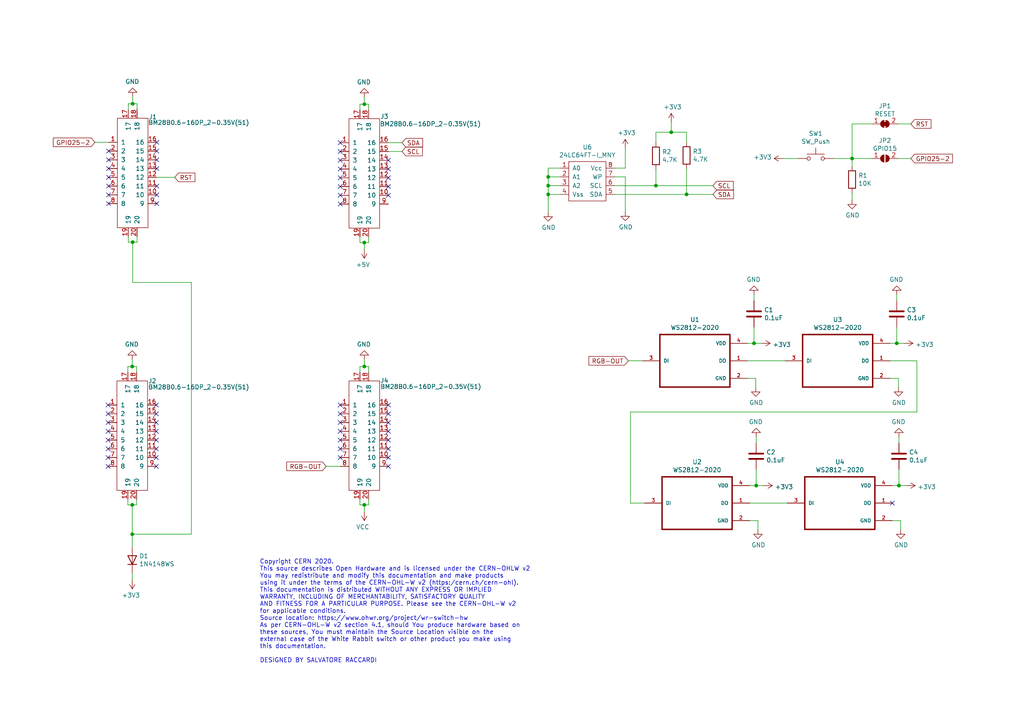
<source format=kicad_sch>
(kicad_sch (version 20211123) (generator eeschema)
  (paper "A4")
  (title_block (title "M1E BTN") (date "2021-08-22") (rev "1.0") (company "OBJEX") (comment 1 "Designer: Salvatore Raccardi") (comment 2 "Docs: docs.objex.link"))
  (lib_symbols
    (symbol "Device:C" (pin_numbers hide) (pin_names (offset 0.254))
      (property "Reference" "C" (at 0.635 2.54 0))
      (property "Value" "C" (at 0.635 -2.54 0))
      (symbol "C_0_1"
        (polyline (pts (xy -2.032 -0.762) (xy 2.032 -0.762)) (stroke (width 0.508)))
        (polyline (pts (xy -2.032 0.762) (xy 2.032 0.762)) (stroke (width 0.508)))
      )
      (symbol "C_1_1"
        (pin passive line (at 0 3.81 270) (length 2.794) (name "~") (number "1"))
        (pin passive line (at 0 -3.81 90) (length 2.794) (name "~") (number "2"))
      )
    )
    (symbol "Device:D" (pin_numbers hide) (pin_names (offset 1.016) hide)
      (property "Reference" "D" (at 0 2.54 0))
      (property "Value" "D" (at 0 -2.54 0))
      (symbol "D_0_1"
        (polyline (pts (xy -1.27 1.27) (xy -1.27 -1.27)) (stroke (width 0.254)))
        (polyline (pts (xy 1.27 0) (xy -1.27 0)))
        (polyline (pts (xy 1.27 1.27) (xy 1.27 -1.27) (xy -1.27 0) (xy 1.27 1.27)) (stroke (width 0.254)))
      )
      (symbol "D_1_1"
        (pin passive line (at -3.81 0 0) (length 2.54) (name "K") (number "1"))
        (pin passive line (at 3.81 0 180) (length 2.54) (name "A") (number "2"))
      )
    )
    (symbol "Device:R" (pin_numbers hide) (pin_names (offset 0))
      (property "Reference" "R" (at 2.032 0 90))
      (property "Value" "R" (at 0 0 90))
      (symbol "R_0_1"
        (rectangle (start -1.016 -2.54) (end 1.016 2.54) (stroke (width 0.254)))
      )
      (symbol "R_1_1"
        (pin passive line (at 0 3.81 270) (length 1.27) (name "~") (number "1"))
        (pin passive line (at 0 -3.81 90) (length 1.27) (name "~") (number "2"))
      )
    )
    (symbol "HiroseConnectors:BM28B0.6-16DP_2-0.35V(51)" (pin_names (offset 1.016))
      (property "Reference" "J" (at 0 0 0))
      (property "Value" "HiroseConnectors_BM28B0.6-16DP_2-0.35V(51)" (at 0 0 0))
      (symbol "BM28B0.6-16DP_2-0.35V(51)_0_1"
        (rectangle (start -3.81 -12.7) (end 5.08 -44.45))
      )
      (symbol "BM28B0.6-16DP_2-0.35V(51)_1_1"
        (pin bidirectional line (at -6.35 -19.685 0) (length 2.54) (name "1") (number "1"))
        (pin bidirectional line (at 7.62 -34.925 180) (length 2.54) (name "10") (number "10"))
        (pin bidirectional line (at 7.62 -32.385 180) (length 2.54) (name "11") (number "11"))
        (pin bidirectional line (at 7.62 -29.845 180) (length 2.54) (name "12") (number "12"))
        (pin bidirectional line (at 7.62 -27.305 180) (length 2.54) (name "13") (number "13"))
        (pin bidirectional line (at 7.62 -24.765 180) (length 2.54) (name "14") (number "14"))
        (pin bidirectional line (at 7.62 -22.225 180) (length 2.54) (name "15") (number "15"))
        (pin bidirectional line (at 7.62 -19.685 180) (length 2.54) (name "16") (number "16"))
        (pin bidirectional line (at -0.635 -10.16 270) (length 2.54) (name "17") (number "17"))
        (pin bidirectional line (at 1.905 -10.16 270) (length 2.54) (name "18") (number "18"))
        (pin bidirectional line (at -0.635 -46.99 90) (length 2.54) (name "19") (number "19"))
        (pin bidirectional line (at -6.35 -22.225 0) (length 2.54) (name "2") (number "2"))
        (pin bidirectional line (at 1.905 -46.99 90) (length 2.54) (name "20") (number "20"))
        (pin bidirectional line (at -6.35 -24.765 0) (length 2.54) (name "3") (number "3"))
        (pin bidirectional line (at -6.35 -27.305 0) (length 2.54) (name "4") (number "4"))
        (pin bidirectional line (at -6.35 -29.845 0) (length 2.54) (name "5") (number "5"))
        (pin bidirectional line (at -6.35 -32.385 0) (length 2.54) (name "6") (number "6"))
        (pin bidirectional line (at -6.35 -34.925 0) (length 2.54) (name "7") (number "7"))
        (pin bidirectional line (at -6.35 -37.465 0) (length 2.54) (name "8") (number "8"))
        (pin bidirectional line (at 7.62 -37.465 180) (length 2.54) (name "9") (number "9"))
      )
    )
    (symbol "Jumper:SolderJumper_2_Bridged" (pin_names (offset 0) hide)
      (property "Reference" "JP" (at 0 2.032 0))
      (property "Value" "SolderJumper_2_Bridged" (at 0 -2.54 0))
      (symbol "SolderJumper_2_Bridged_0_1"
        (rectangle (start -0.508 0.508) (end 0.508 -0.508) (fill (type outline)))
        (arc (start -0.254 1.016) (mid -1.27 0) (end -0.254 -1.016))
        (arc (start -0.254 1.016) (mid -1.27 0) (end -0.254 -1.016) (fill (type outline)))
        (polyline (pts (xy -0.254 1.016) (xy -0.254 -1.016)))
        (polyline (pts (xy 0.254 1.016) (xy 0.254 -1.016)))
        (arc (start 0.254 -1.016) (mid 1.27 0) (end 0.254 1.016))
        (arc (start 0.254 -1.016) (mid 1.27 0) (end 0.254 1.016) (fill (type outline)))
      )
      (symbol "SolderJumper_2_Bridged_1_1"
        (pin passive line (at -3.81 0 0) (length 2.54) (name "A") (number "1"))
        (pin passive line (at 3.81 0 180) (length 2.54) (name "B") (number "2"))
      )
    )
    (symbol "Jumper:SolderJumper_2_Open" (pin_names (offset 0) hide)
      (property "Reference" "JP" (at 0 2.032 0))
      (property "Value" "SolderJumper_2_Open" (at 0 -2.54 0))
      (symbol "SolderJumper_2_Open_0_1"
        (arc (start -0.254 1.016) (mid -1.27 0) (end -0.254 -1.016))
        (arc (start -0.254 1.016) (mid -1.27 0) (end -0.254 -1.016) (fill (type outline)))
        (polyline (pts (xy -0.254 1.016) (xy -0.254 -1.016)))
        (polyline (pts (xy 0.254 1.016) (xy 0.254 -1.016)))
        (arc (start 0.254 -1.016) (mid 1.27 0) (end 0.254 1.016))
        (arc (start 0.254 -1.016) (mid 1.27 0) (end 0.254 1.016) (fill (type outline)))
      )
      (symbol "SolderJumper_2_Open_1_1"
        (pin passive line (at -3.81 0 0) (length 2.54) (name "A") (number "1"))
        (pin passive line (at 3.81 0 180) (length 2.54) (name "B") (number "2"))
      )
    )
    (symbol "OBJEX_M1E-BTN-rescue:24LC64FT-I_MNY-24LC64FT" (pin_names (offset 1.016))
      (property "Reference" "U" (at 0 0 0))
      (property "Value" "24LC64FT-I_MNY-24LC64FT" (at 0 0 0))
      (symbol "24LC64FT-I_MNY-24LC64FT_0_1"
        (rectangle (start -5.08 -1.905) (end 5.715 -13.335))
      )
      (symbol "24LC64FT-I_MNY-24LC64FT_1_1"
        (pin input line (at -7.62 -3.81 0) (length 2.54) (name "A0") (number "1"))
        (pin input line (at -7.62 -6.35 0) (length 2.54) (name "A1") (number "2"))
        (pin input line (at -7.62 -8.89 0) (length 2.54) (name "A2") (number "3"))
        (pin input line (at -7.62 -11.43 0) (length 2.54) (name "Vss") (number "4"))
        (pin input line (at 8.255 -11.43 180) (length 2.54) (name "SDA") (number "5"))
        (pin input line (at 8.255 -8.89 180) (length 2.54) (name "SCL") (number "6"))
        (pin input line (at 8.255 -6.35 180) (length 2.54) (name "WP") (number "7"))
        (pin input line (at 8.255 -3.81 180) (length 2.54) (name "Vcc") (number "8"))
      )
    )
    (symbol "Switch:SW_Push" (pin_numbers hide) (pin_names (offset 1.016) hide)
      (property "Reference" "SW" (at 1.27 2.54 0))
      (property "Value" "SW_Push" (at 0 -1.524 0))
      (symbol "SW_Push_0_1"
        (circle (center -2.032 0) (radius 0.508))
        (polyline (pts (xy 0 1.27) (xy 0 3.048)))
        (polyline (pts (xy 2.54 1.27) (xy -2.54 1.27)))
        (circle (center 2.032 0) (radius 0.508))
        (pin passive line (at -5.08 0 0) (length 2.54) (name "1") (number "1"))
        (pin passive line (at 5.08 0 180) (length 2.54) (name "2") (number "2"))
      )
    )
    (symbol "WS2812-2020:WS2812-2020" (pin_names (offset 1.016))
      (property "Reference" "U" (at -10.1854 7.6454 0))
      (property "Value" "WS2812-2020_WS2812-2020" (at -10.1854 -10.1854 0))
      (symbol "WS2812-2020_0_0"
        (polyline (pts (xy -10.16 -7.62) (xy -10.16 -5.08)) (stroke (width 0.4064)))
        (polyline (pts (xy -10.16 -5.08) (xy -10.16 7.62)) (stroke (width 0.4064)))
        (polyline (pts (xy -10.16 7.62) (xy 10.16 7.62)) (stroke (width 0.4064)))
        (polyline (pts (xy 10.16 -7.62) (xy -10.16 -7.62)) (stroke (width 0.4064)))
        (polyline (pts (xy 10.16 7.62) (xy 10.16 -7.62)) (stroke (width 0.4064)))
        (pin output line (at 15.24 0 180) (length 5.08) (name "DO") (number "1"))
        (pin power_in line (at 15.24 -5.08 180) (length 5.08) (name "GND") (number "2"))
        (pin input line (at -15.24 0 0) (length 5.08) (name "DI") (number "3"))
        (pin power_in line (at 15.24 5.08 180) (length 5.08) (name "VDD") (number "4"))
      )
    )
    (symbol "power:+3V3" (power) (pin_names (offset 0))
      (property "Value" "+3V3" (at 0 3.556 0))
      (symbol "+3V3_0_1"
        (polyline (pts (xy -0.762 1.27) (xy 0 2.54)))
        (polyline (pts (xy 0 0) (xy 0 2.54)))
        (polyline (pts (xy 0 2.54) (xy 0.762 1.27)))
      )
      (symbol "+3V3_1_1"
        (pin power_in line (at 0 0 90) (length 0) hide (name "+3V3") (number "1"))
      )
    )
    (symbol "power:+5V" (power) (pin_names (offset 0))
      (property "Value" "+5V" (at 0 3.556 0))
      (symbol "+5V_0_1"
        (polyline (pts (xy -0.762 1.27) (xy 0 2.54)))
        (polyline (pts (xy 0 0) (xy 0 2.54)))
        (polyline (pts (xy 0 2.54) (xy 0.762 1.27)))
      )
      (symbol "+5V_1_1"
        (pin power_in line (at 0 0 90) (length 0) hide (name "+5V") (number "1"))
      )
    )
    (symbol "power:GND" (power) (pin_names (offset 0))
      (property "Value" "GND" (at 0 -3.81 0))
      (symbol "GND_0_1"
        (polyline (pts (xy 0 0) (xy 0 -1.27) (xy 1.27 -1.27) (xy 0 -2.54) (xy -1.27 -1.27) (xy 0 -1.27)))
      )
      (symbol "GND_1_1"
        (pin power_in line (at 0 0 270) (length 0) hide (name "GND") (number "1"))
      )
    )
    (symbol "power:VCC" (power) (pin_names (offset 0))
      (property "Value" "VCC" (at 0 3.81 0))
      (symbol "VCC_0_1"
        (polyline (pts (xy -0.762 1.27) (xy 0 2.54)))
        (polyline (pts (xy 0 0) (xy 0 2.54)))
        (polyline (pts (xy 0 2.54) (xy 0.762 1.27)))
      )
      (symbol "VCC_1_1"
        (pin power_in line (at 0 0 90) (length 0) hide (name "VCC") (number "1"))
      )
    )
  )
  (junction (at 105.664 106.299))
  (junction (at 219.329 140.843))
  (junction (at 38.354 146.431))
  (junction (at 105.664 70.358))
  (junction (at 194.691 38.354))
  (junction (at 260.731 140.843))
  (junction (at 218.694 99.568))
  (junction (at 190.246 53.848))
  (junction (at 38.481 70.231))
  (junction (at 105.664 146.431))
  (junction (at 38.354 106.299))
  (junction (at 38.481 30.099))
  (junction (at 159.004 51.308))
  (junction (at 105.664 30.226))
  (junction (at 260.096 99.568))
  (junction (at 247.142 45.974))
  (junction (at 159.004 56.388))
  (junction (at 159.004 53.848))
  (junction (at 199.136 56.388))
  (junction (at 38.354 154.94))
  (no_connect (at 31.369 120.015))
  (no_connect (at 98.679 130.175))
  (no_connect (at 45.339 127.635))
  (no_connect (at 31.496 56.515))
  (no_connect (at 45.466 56.515))
  (no_connect (at 98.679 59.182))
  (no_connect (at 98.679 127.635))
  (no_connect (at 31.369 130.175))
  (no_connect (at 258.826 145.923))
  (no_connect (at 98.679 132.715))
  (no_connect (at 31.369 122.555))
  (no_connect (at 31.496 43.815))
  (no_connect (at 45.466 43.815))
  (no_connect (at 45.339 120.015))
  (no_connect (at 98.679 51.562))
  (no_connect (at 98.679 125.095))
  (no_connect (at 45.339 135.255))
  (no_connect (at 112.649 132.715))
  (no_connect (at 98.679 117.475))
  (no_connect (at 45.339 132.715))
  (no_connect (at 98.679 43.942))
  (no_connect (at 112.649 51.562))
  (no_connect (at 31.496 51.435))
  (no_connect (at 112.649 117.475))
  (no_connect (at 112.649 127.635))
  (no_connect (at 31.496 46.355))
  (no_connect (at 98.679 46.482))
  (no_connect (at 31.496 53.975))
  (no_connect (at 31.496 48.895))
  (no_connect (at 45.339 125.095))
  (no_connect (at 31.369 117.475))
  (no_connect (at 45.466 53.975))
  (no_connect (at 31.369 135.255))
  (no_connect (at 112.649 56.642))
  (no_connect (at 98.679 54.102))
  (no_connect (at 45.339 117.475))
  (no_connect (at 45.466 46.355))
  (no_connect (at 45.339 122.555))
  (no_connect (at 112.649 125.095))
  (no_connect (at 98.679 49.022))
  (no_connect (at 112.649 54.102))
  (no_connect (at 45.466 48.895))
  (no_connect (at 45.339 130.175))
  (no_connect (at 98.679 41.402))
  (no_connect (at 112.649 130.175))
  (no_connect (at 45.466 41.275))
  (no_connect (at 112.649 135.255))
  (no_connect (at 31.369 127.635))
  (no_connect (at 31.369 125.095))
  (no_connect (at 112.649 46.482))
  (no_connect (at 98.679 122.555))
  (no_connect (at 112.649 120.015))
  (no_connect (at 112.649 122.555))
  (no_connect (at 31.496 59.055))
  (no_connect (at 98.679 56.642))
  (no_connect (at 31.369 132.715))
  (no_connect (at 112.649 49.022))
  (no_connect (at 98.679 120.015))
  (no_connect (at 45.466 59.055))
  (wire (pts (xy 231.521 45.974) (xy 227.076 45.974)))
  (wire (pts (xy 216.789 99.568) (xy 218.694 99.568)))
  (wire (pts (xy 190.246 41.402) (xy 190.246 38.354)))
  (wire (pts (xy 178.308 51.308) (xy 181.356 51.308)))
  (wire (pts (xy 252.857 35.941) (xy 247.142 35.941)))
  (wire (pts (xy 260.096 99.568) (xy 260.096 94.869)))
  (wire (pts (xy 260.096 87.249) (xy 260.096 85.471)))
  (wire (pts (xy 194.691 38.354) (xy 199.136 38.354)))
  (wire (pts (xy 104.394 106.299) (xy 105.664 106.299)))
  (wire (pts (xy 38.354 146.431) (xy 37.084 146.431)))
  (wire (pts (xy 216.789 109.728) (xy 219.202 109.728)))
  (wire (pts (xy 190.246 53.848) (xy 206.756 53.848)))
  (wire (pts (xy 162.433 56.388) (xy 159.004 56.388)))
  (wire (pts (xy 260.731 128.524) (xy 260.731 126.746)))
  (wire (pts (xy 219.329 128.524) (xy 219.329 126.746)))
  (wire (pts (xy 104.394 31.877) (xy 104.394 30.226)))
  (wire (pts (xy 216.789 104.648) (xy 227.711 104.648)))
  (wire (pts (xy 260.731 140.843) (xy 262.89 140.843)))
  (wire (pts (xy 104.394 146.431) (xy 104.394 144.78)))
  (wire (pts (xy 162.433 48.768) (xy 159.004 48.768)))
  (wire (pts (xy 39.751 68.58) (xy 39.751 70.231)))
  (wire (pts (xy 186.944 145.923) (xy 182.88 145.923)))
  (wire (pts (xy 50.673 51.435) (xy 45.466 51.435)))
  (wire (pts (xy 106.934 68.707) (xy 106.934 70.358)))
  (wire (pts (xy 38.481 30.099) (xy 39.751 30.099)))
  (wire (pts (xy 106.934 106.299) (xy 106.934 107.95)))
  (wire (pts (xy 194.691 38.354) (xy 194.691 35.433)))
  (wire (pts (xy 37.211 30.099) (xy 38.481 30.099)))
  (wire (pts (xy 31.496 41.275) (xy 27.559 41.275)))
  (wire (pts (xy 217.424 145.923) (xy 228.346 145.923)))
  (wire (pts (xy 38.481 70.231) (xy 38.481 81.915)))
  (wire (pts (xy 39.751 70.231) (xy 38.481 70.231)))
  (wire (pts (xy 265.938 104.648) (xy 265.938 119.507)))
  (wire (pts (xy 219.202 109.728) (xy 219.202 112.395)))
  (wire (pts (xy 265.938 119.507) (xy 182.88 119.507)))
  (wire (pts (xy 38.481 81.915) (xy 55.499 81.915)))
  (wire (pts (xy 219.329 140.843) (xy 219.329 136.144)))
  (wire (pts (xy 38.354 106.299) (xy 38.354 104.267)))
  (wire (pts (xy 159.004 51.308) (xy 159.004 53.848)))
  (wire (pts (xy 247.142 45.974) (xy 247.142 48.26)))
  (wire (pts (xy 258.191 99.568) (xy 260.096 99.568)))
  (wire (pts (xy 247.142 45.974) (xy 252.857 45.974)))
  (wire (pts (xy 260.096 99.568) (xy 262.255 99.568)))
  (wire (pts (xy 186.309 104.648) (xy 182.245 104.648)))
  (wire (pts (xy 106.934 146.431) (xy 105.664 146.431)))
  (wire (pts (xy 38.481 30.099) (xy 38.481 28.067)))
  (wire (pts (xy 105.664 30.226) (xy 105.664 28.194)))
  (wire (pts (xy 55.499 154.94) (xy 38.354 154.94)))
  (wire (pts (xy 38.354 106.299) (xy 39.624 106.299)))
  (wire (pts (xy 159.004 53.848) (xy 159.004 56.388)))
  (wire (pts (xy 106.934 30.226) (xy 106.934 31.877)))
  (wire (pts (xy 258.191 109.728) (xy 260.604 109.728)))
  (wire (pts (xy 37.084 146.431) (xy 37.084 144.78)))
  (wire (pts (xy 162.433 51.308) (xy 159.004 51.308)))
  (wire (pts (xy 247.142 35.941) (xy 247.142 45.974)))
  (wire (pts (xy 247.142 55.88) (xy 247.142 58.039)))
  (wire (pts (xy 178.308 53.848) (xy 190.246 53.848)))
  (wire (pts (xy 105.664 146.431) (xy 105.664 148.463)))
  (wire (pts (xy 218.694 99.568) (xy 218.694 94.869)))
  (wire (pts (xy 105.664 146.431) (xy 104.394 146.431)))
  (wire (pts (xy 105.664 70.358) (xy 104.394 70.358)))
  (wire (pts (xy 39.624 146.431) (xy 38.354 146.431)))
  (wire (pts (xy 218.694 99.568) (xy 220.853 99.568)))
  (wire (pts (xy 106.934 144.78) (xy 106.934 146.431)))
  (wire (pts (xy 105.664 30.226) (xy 106.934 30.226)))
  (wire (pts (xy 261.239 151.003) (xy 261.239 153.67)))
  (wire (pts (xy 105.664 70.358) (xy 105.664 72.39)))
  (wire (pts (xy 260.731 140.843) (xy 260.731 136.144)))
  (wire (pts (xy 98.679 135.255) (xy 94.615 135.255)))
  (wire (pts (xy 104.394 70.358) (xy 104.394 68.707)))
  (wire (pts (xy 260.477 35.941) (xy 264.16 35.941)))
  (wire (pts (xy 105.664 106.299) (xy 106.934 106.299)))
  (wire (pts (xy 38.481 70.231) (xy 37.211 70.231)))
  (wire (pts (xy 258.826 140.843) (xy 260.731 140.843)))
  (wire (pts (xy 37.084 107.95) (xy 37.084 106.299)))
  (wire (pts (xy 159.004 56.388) (xy 159.004 61.595)))
  (wire (pts (xy 116.586 41.402) (xy 112.649 41.402)))
  (wire (pts (xy 37.211 70.231) (xy 37.211 68.58)))
  (wire (pts (xy 38.354 146.431) (xy 38.354 154.94)))
  (wire (pts (xy 218.694 87.249) (xy 218.694 85.471)))
  (wire (pts (xy 199.136 56.388) (xy 206.756 56.388)))
  (wire (pts (xy 199.136 56.388) (xy 199.136 48.895)))
  (wire (pts (xy 241.681 45.974) (xy 247.142 45.974)))
  (wire (pts (xy 199.136 38.354) (xy 199.136 41.275)))
  (wire (pts (xy 106.934 70.358) (xy 105.664 70.358)))
  (wire (pts (xy 217.424 140.843) (xy 219.329 140.843)))
  (wire (pts (xy 190.246 38.354) (xy 194.691 38.354)))
  (wire (pts (xy 38.354 166.243) (xy 38.354 168.275)))
  (wire (pts (xy 37.084 106.299) (xy 38.354 106.299)))
  (wire (pts (xy 190.246 53.848) (xy 190.246 49.022)))
  (wire (pts (xy 260.477 45.974) (xy 264.16 45.974)))
  (wire (pts (xy 219.329 140.843) (xy 221.488 140.843)))
  (wire (pts (xy 182.88 119.507) (xy 182.88 145.923)))
  (wire (pts (xy 55.499 81.915) (xy 55.499 154.94)))
  (wire (pts (xy 105.664 106.299) (xy 105.664 104.267)))
  (wire (pts (xy 258.826 151.003) (xy 261.239 151.003)))
  (wire (pts (xy 219.837 151.003) (xy 219.837 153.67)))
  (wire (pts (xy 181.356 51.308) (xy 181.356 61.468)))
  (wire (pts (xy 217.424 151.003) (xy 219.837 151.003)))
  (wire (pts (xy 260.604 109.728) (xy 260.604 112.395)))
  (wire (pts (xy 178.308 48.768) (xy 181.356 48.768)))
  (wire (pts (xy 181.356 48.768) (xy 181.356 42.926)))
  (wire (pts (xy 159.004 53.848) (xy 162.433 53.848)))
  (wire (pts (xy 104.394 30.226) (xy 105.664 30.226)))
  (wire (pts (xy 159.004 48.768) (xy 159.004 51.308)))
  (wire (pts (xy 39.751 30.099) (xy 39.751 31.75)))
  (wire (pts (xy 38.354 154.94) (xy 38.354 158.623)))
  (wire (pts (xy 37.211 31.75) (xy 37.211 30.099)))
  (wire (pts (xy 39.624 106.299) (xy 39.624 107.95)))
  (wire (pts (xy 258.191 104.648) (xy 265.938 104.648)))
  (wire (pts (xy 178.308 56.388) (xy 199.136 56.388)))
  (wire (pts (xy 116.586 43.942) (xy 112.649 43.942)))
  (wire (pts (xy 39.624 144.78) (xy 39.624 146.431)))
  (wire (pts (xy 104.394 107.95) (xy 104.394 106.299)))
  (text "Copyright CERN 2020.\nThis source describes Open Hardware and is licensed under the CERN-OHLW v2\nYou may redistribute and modify this documentation and make products\nusing it under the terms of the CERN-OHL-W v2 (https:/cern.ch/cern-ohl).\nThis documentation is distributed WITHOUT ANY EXPRESS OR IMPLIED\nWARRANTY, INCLUDING OF MERCHANTABILITY, SATISFACTORY QUALITY\nAND FITNESS FOR A PARTICULAR PURPOSE. Please see the CERN-OHL-W v2\nfor applicable conditions.\nSource location: https://www.ohwr.org/project/wr-switch-hw\nAs per CERN-OHL-W v2 section 4.1, should You produce hardware based on\nthese sources, You must maintain the Source Location visible on the\nexternal case of the White Rabbit switch or other product you make using\nthis documentation.\n\nDESIGNED BY SALVATORE RACCARDI" (at 75.311 192.405 0) (effects (font (size 1.27 1.27)) (justify left bottom)))
  (global_label "SDA" (shape input) (at 206.756 56.388 0) (property "Intersheet References" "${INTERSHEET_REFS}" (effects hide)))
  (global_label "SCL" (shape input) (at 206.756 53.848 0) (property "Intersheet References" "${INTERSHEET_REFS}" (effects hide)))
  (global_label "RST" (shape input) (at 50.673 51.435 0) (property "Intersheet References" "${INTERSHEET_REFS}" (effects hide)))
  (global_label "GPIO25-2" (shape input) (at 27.559 41.275 180) (property "Intersheet References" "${INTERSHEET_REFS}" (effects hide)))
  (global_label "RGB-OUT" (shape input) (at 94.615 135.255 180) (property "Intersheet References" "${INTERSHEET_REFS}" (effects hide)))
  (global_label "RGB-OUT" (shape input) (at 182.245 104.648 180) (property "Intersheet References" "${INTERSHEET_REFS}" (effects hide)))
  (global_label "SCL" (shape input) (at 116.586 43.942 0) (property "Intersheet References" "${INTERSHEET_REFS}" (effects hide)))
  (global_label "GPIO25-2" (shape input) (at 264.16 45.974 0) (property "Intersheet References" "${INTERSHEET_REFS}" (effects hide)))
  (global_label "SDA" (shape input) (at 116.586 41.402 0) (property "Intersheet References" "${INTERSHEET_REFS}" (effects hide)))
  (global_label "RST" (shape input) (at 264.16 35.941 0) (property "Intersheet References" "${INTERSHEET_REFS}" (effects hide)))
  (symbol (lib_id "HiroseConnectors:BM28B0.6-16DP_2-0.35V(51)") (at 37.846 21.59 0) (unit 1)
    (property "Reference" "J1" (at 44.323 33.909 0))
    (property "Value" "BM28B0.6-16DP_2-0.35V(51)" (at 57.658 35.56 0))
    (property "Footprint" "Connector_Hirose:BM28B0.6-16DP-2-0.35V(51)" (effects hide))
  )
  (symbol (lib_id "HiroseConnectors:BM28B0.6-16DP_2-0.35V(51)") (at 105.029 21.717 0) (unit 1)
    (property "Reference" "J3" (at 111.506 33.782 0))
    (property "Value" "BM28B0.6-16DP_2-0.35V(51)" (at 124.841 35.941 0))
    (property "Footprint" "Connector_Hirose:BM28B0.6-16DP-2-0.35V(51)" (effects hide))
  )
  (symbol (lib_id "HiroseConnectors:BM28B0.6-16DP_2-0.35V(51)") (at 37.719 97.79 0) (unit 1)
    (property "Reference" "J2" (at 44.196 110.49 0))
    (property "Value" "BM28B0.6-16DP_2-0.35V(51)" (at 57.658 112.268 0))
    (property "Footprint" "Connector_Hirose:BM28B0.6-16DP-2-0.35V(51)" (effects hide))
  )
  (symbol (lib_id "HiroseConnectors:BM28B0.6-16DP_2-0.35V(51)") (at 105.029 97.79 0) (unit 1)
    (property "Reference" "J4" (at 111.506 110.363 0))
    (property "Value" "BM28B0.6-16DP_2-0.35V(51)" (at 124.968 112.141 0))
    (property "Footprint" "Connector_Hirose:BM28B0.6-16DP-2-0.35V(51)" (effects hide))
  )
  (symbol (lib_id "power:GND") (at 38.481 28.067 180) (unit 1)
    (property "Reference" "#PWR0101" (effects hide))
    (property "Value" "GND" (at 38.354 23.6728 0))
  )
  (symbol (lib_id "power:GND") (at 38.354 104.267 180) (unit 1)
    (property "Reference" "#PWR0103" (effects hide))
    (property "Value" "GND" (at 38.227 99.8728 0))
  )
  (symbol (lib_id "power:+3V3") (at 38.354 168.275 180) (unit 1)
    (property "Reference" "#PWR0104" (effects hide))
    (property "Value" "+3V3" (at 37.973 172.6692 0))
  )
  (symbol (lib_id "power:GND") (at 105.664 104.267 180) (unit 1)
    (property "Reference" "#PWR0105" (effects hide))
    (property "Value" "GND" (at 105.537 99.8728 0))
  )
  (symbol (lib_id "power:GND") (at 105.664 28.194 180) (unit 1)
    (property "Reference" "#PWR0106" (effects hide))
    (property "Value" "GND" (at 105.537 23.7998 0))
  )
  (symbol (lib_id "power:+5V") (at 105.664 72.39 180) (unit 1)
    (property "Reference" "#PWR0107" (effects hide))
    (property "Value" "+5V" (at 105.283 76.7842 0))
  )
  (symbol (lib_id "Switch:SW_Push") (at 236.601 45.974 0) (unit 1)
    (property "Reference" "SW1" (at 236.601 38.735 0))
    (property "Value" "SW_Push" (at 236.601 41.0464 0))
    (property "Footprint" "Button_Switch_SMD:SW_Push_1P1T_NO_CK_PTS125Sx43PSMTR" (effects hide))
  )
  (symbol (lib_id "power:+3V3") (at 227.076 45.974 90) (unit 1)
    (property "Reference" "#PWR0109" (effects hide))
    (property "Value" "+3V3" (at 223.8248 45.593 90) (effects (justify left)))
  )
  (symbol (lib_id "power:GND") (at 247.142 58.039 0) (unit 1)
    (property "Reference" "#PWR0110" (effects hide))
    (property "Value" "GND" (at 247.269 62.4332 0))
  )
  (symbol (lib_id "Device:R") (at 247.142 52.07 0) (unit 1)
    (property "Reference" "R1" (at 248.92 50.9016 0) (effects (justify left)))
    (property "Value" "10K" (at 248.92 53.213 0) (effects (justify left)))
    (property "Footprint" "Resistor_SMD:R_0402_1005Metric" (effects hide))
  )
  (symbol (lib_id "WS2812-2020:WS2812-2020") (at 201.549 104.648 0) (unit 1)
    (property "Reference" "U1" (at 201.549 92.71 0))
    (property "Value" "WS2812-2020" (at 201.549 95.0214 0))
    (property "Footprint" "KicadLibrary:LED_WS2812-2020" (effects hide))
    (property "MANUFACTURER" "Worldsemi" (effects hide))
    (property "STANDARD" "Manufacturer Recommendations" (effects hide))
  )
  (symbol (lib_id "WS2812-2020:WS2812-2020") (at 242.951 104.648 0) (unit 1)
    (property "Reference" "U3" (at 242.951 92.71 0))
    (property "Value" "WS2812-2020" (at 242.951 95.0214 0))
    (property "Footprint" "KicadLibrary:LED_WS2812-2020" (effects hide))
    (property "MANUFACTURER" "Worldsemi" (effects hide))
    (property "STANDARD" "Manufacturer Recommendations" (effects hide))
  )
  (symbol (lib_id "power:GND") (at 219.202 112.395 0) (unit 1)
    (property "Reference" "#PWR0112" (effects hide))
    (property "Value" "GND" (at 219.329 116.7892 0))
  )
  (symbol (lib_id "power:GND") (at 260.604 112.395 0) (unit 1)
    (property "Reference" "#PWR0113" (effects hide))
    (property "Value" "GND" (at 260.731 116.7892 0))
  )
  (symbol (lib_id "Device:C") (at 218.694 91.059 0) (unit 1)
    (property "Reference" "C1" (at 221.615 89.8906 0) (effects (justify left)))
    (property "Value" "0.1uF" (at 221.615 92.202 0) (effects (justify left)))
    (property "Footprint" "Capacitor_SMD:C_0402_1005Metric" (effects hide))
  )
  (symbol (lib_id "power:GND") (at 218.694 85.471 180) (unit 1)
    (property "Reference" "#PWR0114" (effects hide))
    (property "Value" "GND" (at 218.567 81.0768 0))
  )
  (symbol (lib_id "power:+3V3") (at 220.853 99.568 270) (unit 1)
    (property "Reference" "#PWR0115" (effects hide))
    (property "Value" "+3V3" (at 224.1042 99.949 90) (effects (justify left)))
  )
  (symbol (lib_id "Device:C") (at 260.096 91.059 0) (unit 1)
    (property "Reference" "C3" (at 263.017 89.8906 0) (effects (justify left)))
    (property "Value" "0.1uF" (at 263.017 92.202 0) (effects (justify left)))
    (property "Footprint" "Capacitor_SMD:C_0402_1005Metric" (effects hide))
  )
  (symbol (lib_id "power:GND") (at 260.096 85.471 180) (unit 1)
    (property "Reference" "#PWR0116" (effects hide))
    (property "Value" "GND" (at 259.969 81.0768 0))
  )
  (symbol (lib_id "power:+3V3") (at 262.255 99.568 270) (unit 1)
    (property "Reference" "#PWR0117" (effects hide))
    (property "Value" "+3V3" (at 265.5062 99.949 90) (effects (justify left)))
  )
  (symbol (lib_id "WS2812-2020:WS2812-2020") (at 202.184 145.923 0) (unit 1)
    (property "Reference" "U2" (at 202.184 133.985 0))
    (property "Value" "WS2812-2020" (at 202.184 136.2964 0))
    (property "Footprint" "KicadLibrary:LED_WS2812-2020" (effects hide))
    (property "MANUFACTURER" "Worldsemi" (effects hide))
    (property "STANDARD" "Manufacturer Recommendations" (effects hide))
  )
  (symbol (lib_id "WS2812-2020:WS2812-2020") (at 243.586 145.923 0) (unit 1)
    (property "Reference" "U4" (at 243.586 133.985 0))
    (property "Value" "WS2812-2020" (at 243.586 136.2964 0))
    (property "Footprint" "KicadLibrary:LED_WS2812-2020" (effects hide))
    (property "MANUFACTURER" "Worldsemi" (effects hide))
    (property "STANDARD" "Manufacturer Recommendations" (effects hide))
  )
  (symbol (lib_id "power:GND") (at 219.837 153.67 0) (unit 1)
    (property "Reference" "#PWR0118" (effects hide))
    (property "Value" "GND" (at 219.964 158.0642 0))
  )
  (symbol (lib_id "power:GND") (at 261.239 153.67 0) (unit 1)
    (property "Reference" "#PWR0119" (effects hide))
    (property "Value" "GND" (at 261.366 158.0642 0))
  )
  (symbol (lib_id "Device:C") (at 219.329 132.334 0) (unit 1)
    (property "Reference" "C2" (at 222.25 131.1656 0) (effects (justify left)))
    (property "Value" "0.1uF" (at 222.25 133.477 0) (effects (justify left)))
    (property "Footprint" "Capacitor_SMD:C_0402_1005Metric" (effects hide))
  )
  (symbol (lib_id "power:GND") (at 219.329 126.746 180) (unit 1)
    (property "Reference" "#PWR0120" (effects hide))
    (property "Value" "GND" (at 219.202 122.3518 0))
  )
  (symbol (lib_id "power:+3V3") (at 221.488 140.843 270) (unit 1)
    (property "Reference" "#PWR0121" (effects hide))
    (property "Value" "+3V3" (at 224.7392 141.224 90) (effects (justify left)))
  )
  (symbol (lib_id "Device:C") (at 260.731 132.334 0) (unit 1)
    (property "Reference" "C4" (at 263.652 131.1656 0) (effects (justify left)))
    (property "Value" "0.1uF" (at 263.652 133.477 0) (effects (justify left)))
    (property "Footprint" "Capacitor_SMD:C_0402_1005Metric" (effects hide))
  )
  (symbol (lib_id "power:GND") (at 260.731 126.746 180) (unit 1)
    (property "Reference" "#PWR0122" (effects hide))
    (property "Value" "GND" (at 260.604 122.3518 0))
  )
  (symbol (lib_id "power:+3V3") (at 262.89 140.843 270) (unit 1)
    (property "Reference" "#PWR0123" (effects hide))
    (property "Value" "+3V3" (at 266.1412 141.224 90) (effects (justify left)))
  )
  (symbol (lib_id "power:VCC") (at 105.664 148.463 180) (unit 1)
    (property "Reference" "#PWR0124" (effects hide))
    (property "Value" "VCC" (at 105.2068 152.8572 0))
  )
  (symbol (lib_id "Device:D") (at 38.354 162.433 90) (unit 1)
    (property "Reference" "D1" (at 40.3606 161.2646 90) (effects (justify right)))
    (property "Value" "1N4148WS" (at 40.3606 163.576 90) (effects (justify right)))
    (property "Footprint" "Diode_SMD:D_SOD-323" (effects hide))
  )
  (symbol (lib_id "OBJEX_M1E-BTN-rescue:24LC64FT-I_MNY-24LC64FT") (at 170.053 44.958 0) (unit 1)
    (property "Reference" "U6" (at 170.3578 42.672 0))
    (property "Value" "24LC64FT-I_MNY" (at 170.3578 44.9834 0))
    (property "Footprint" "KicadLibrary:SON50P200X300X80-8N" (effects hide))
  )
  (symbol (lib_id "power:GND") (at 181.356 61.468 0) (unit 1)
    (property "Reference" "#PWR0125" (effects hide))
    (property "Value" "GND" (at 181.483 65.8622 0))
  )
  (symbol (lib_id "power:GND") (at 159.004 61.595 0) (unit 1)
    (property "Reference" "#PWR0126" (effects hide))
    (property "Value" "GND" (at 159.131 65.9892 0))
  )
  (symbol (lib_id "power:+3V3") (at 181.356 42.926 0) (unit 1)
    (property "Reference" "#PWR0127" (effects hide))
    (property "Value" "+3V3" (at 181.737 38.5318 0))
  )
  (symbol (lib_id "Device:R") (at 190.246 45.212 0) (unit 1)
    (property "Reference" "R2" (at 192.024 44.0436 0) (effects (justify left)))
    (property "Value" "4.7K" (at 192.024 46.355 0) (effects (justify left)))
    (property "Footprint" "Resistor_SMD:R_0402_1005Metric" (effects hide))
  )
  (symbol (lib_id "Device:R") (at 199.136 45.085 0) (unit 1)
    (property "Reference" "R3" (at 200.914 43.9166 0) (effects (justify left)))
    (property "Value" "4.7K" (at 200.914 46.228 0) (effects (justify left)))
    (property "Footprint" "Resistor_SMD:R_0402_1005Metric" (effects hide))
  )
  (symbol (lib_id "power:+3V3") (at 194.691 35.433 0) (unit 1)
    (property "Reference" "#PWR0128" (effects hide))
    (property "Value" "+3V3" (at 195.072 31.0388 0))
  )
  (symbol (lib_id "Jumper:SolderJumper_2_Open") (at 256.667 45.974 0) (unit 1)
    (property "Reference" "JP2" (at 256.667 40.767 0))
    (property "Value" "GPIO15" (at 256.667 43.0784 0))
    (property "Footprint" "Jumper:SolderJumper-2_P1.3mm_Open_Pad1.0x1.5mm" (effects hide))
  )
  (symbol (lib_id "Jumper:SolderJumper_2_Bridged") (at 256.667 35.941 0) (unit 1)
    (property "Reference" "JP1" (at 256.667 30.734 0))
    (property "Value" "RESET" (at 256.667 33.0454 0))
    (property "Footprint" "Jumper:SolderJumper-2_P1.3mm_Bridged_Pad1.0x1.5mm" (effects hide))
  )
)
</source>
